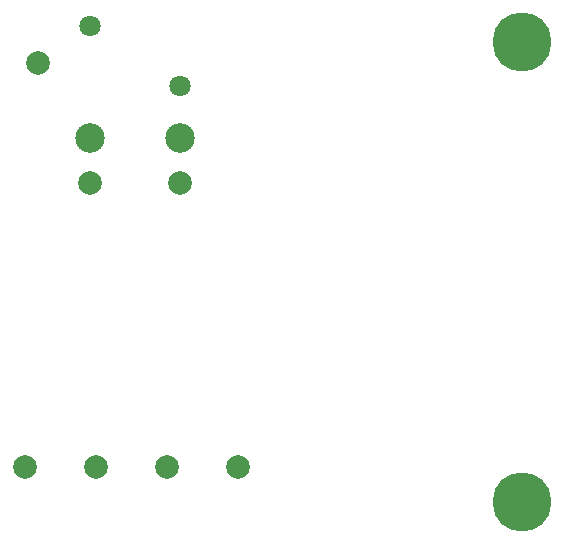
<source format=gbr>
%TF.GenerationSoftware,KiCad,Pcbnew,(5.1.10)-1*%
%TF.CreationDate,2022-11-15T17:47:35-07:00*%
%TF.ProjectId,Stepper_to_XLR4,53746570-7065-4725-9f74-6f5f584c5234,rev?*%
%TF.SameCoordinates,Original*%
%TF.FileFunction,Soldermask,Bot*%
%TF.FilePolarity,Negative*%
%FSLAX46Y46*%
G04 Gerber Fmt 4.6, Leading zero omitted, Abs format (unit mm)*
G04 Created by KiCad (PCBNEW (5.1.10)-1) date 2022-11-15 17:47:35*
%MOMM*%
%LPD*%
G01*
G04 APERTURE LIST*
%ADD10C,5.000000*%
%ADD11C,2.000000*%
%ADD12C,1.800000*%
%ADD13C,2.500000*%
G04 APERTURE END LIST*
D10*
%TO.C,MH4*%
X19050000Y-44000000D03*
%TD*%
%TO.C,MH1*%
X19050000Y-5000000D03*
%TD*%
D11*
%TO.C,J1*%
X-5000000Y-41000000D03*
X-11000000Y-41000000D03*
X-17000000Y-41000000D03*
X-23000000Y-41000000D03*
%TD*%
D12*
%TO.C,PS1*%
X-9870000Y-8725000D03*
X-17490000Y-3645000D03*
D11*
X-21930000Y-6815000D03*
X-9870000Y-16985000D03*
D13*
X-9870000Y-13170000D03*
X-17490000Y-13170000D03*
D11*
X-17490000Y-16985000D03*
%TD*%
M02*

</source>
